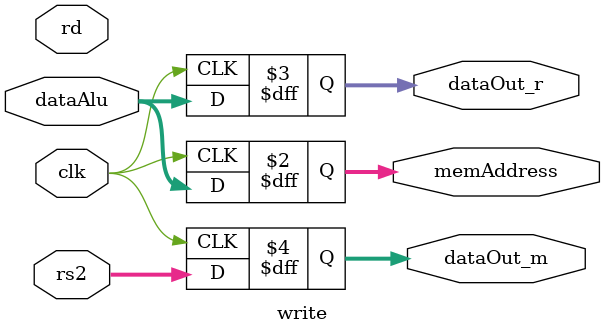
<source format=v>
module write(clk,rd,dataAlu,rs2,memAddress,dataOut_m,dataOut_r);
	input clk;
	input [4:0] rd;
	input [31:0] dataAlu;
	input [31:0] rs2;

	output reg [31:0] memAddress;

	output reg [31:0] dataOut_r, dataOut_m;

	// Execute dará os dados de SW,SH, SB e tds outros

	always @(posedge clk) begin
		memAddress <= dataAlu;
		dataOut_r <= dataAlu;
		dataOut_m <= rs2;
	end

endmodule

</source>
